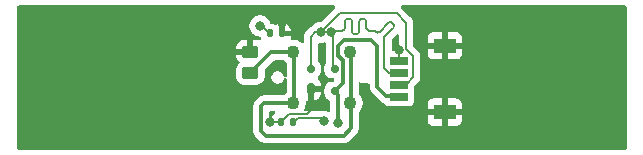
<source format=gbl>
G04 #@! TF.GenerationSoftware,KiCad,Pcbnew,9.0.6*
G04 #@! TF.CreationDate,2025-12-16T13:32:32+01:00*
G04 #@! TF.ProjectId,USB,5553422e-6b69-4636-9164-5f7063625858,rev?*
G04 #@! TF.SameCoordinates,Original*
G04 #@! TF.FileFunction,Copper,L2,Bot*
G04 #@! TF.FilePolarity,Positive*
%FSLAX46Y46*%
G04 Gerber Fmt 4.6, Leading zero omitted, Abs format (unit mm)*
G04 Created by KiCad (PCBNEW 9.0.6) date 2025-12-16 13:32:32*
%MOMM*%
%LPD*%
G01*
G04 APERTURE LIST*
G04 Aperture macros list*
%AMRoundRect*
0 Rectangle with rounded corners*
0 $1 Rounding radius*
0 $2 $3 $4 $5 $6 $7 $8 $9 X,Y pos of 4 corners*
0 Add a 4 corners polygon primitive as box body*
4,1,4,$2,$3,$4,$5,$6,$7,$8,$9,$2,$3,0*
0 Add four circle primitives for the rounded corners*
1,1,$1+$1,$2,$3*
1,1,$1+$1,$4,$5*
1,1,$1+$1,$6,$7*
1,1,$1+$1,$8,$9*
0 Add four rect primitives between the rounded corners*
20,1,$1+$1,$2,$3,$4,$5,0*
20,1,$1+$1,$4,$5,$6,$7,0*
20,1,$1+$1,$6,$7,$8,$9,0*
20,1,$1+$1,$8,$9,$2,$3,0*%
G04 Aperture macros list end*
G04 #@! TA.AperFunction,HeatsinkPad*
%ADD10C,1.100000*%
G04 #@! TD*
G04 #@! TA.AperFunction,ComponentPad*
%ADD11C,4.000000*%
G04 #@! TD*
G04 #@! TA.AperFunction,SMDPad,CuDef*
%ADD12RoundRect,0.175000X-0.175000X-0.325000X0.175000X-0.325000X0.175000X0.325000X-0.175000X0.325000X0*%
G04 #@! TD*
G04 #@! TA.AperFunction,SMDPad,CuDef*
%ADD13RoundRect,0.150000X-0.200000X-0.150000X0.200000X-0.150000X0.200000X0.150000X-0.200000X0.150000X0*%
G04 #@! TD*
G04 #@! TA.AperFunction,SMDPad,CuDef*
%ADD14RoundRect,0.135000X0.135000X0.185000X-0.135000X0.185000X-0.135000X-0.185000X0.135000X-0.185000X0*%
G04 #@! TD*
G04 #@! TA.AperFunction,SMDPad,CuDef*
%ADD15R,1.549400X0.660400*%
G04 #@! TD*
G04 #@! TA.AperFunction,SMDPad,CuDef*
%ADD16R,1.905000X1.295400*%
G04 #@! TD*
G04 #@! TA.AperFunction,SMDPad,CuDef*
%ADD17RoundRect,0.135000X-0.135000X-0.185000X0.135000X-0.185000X0.135000X0.185000X-0.135000X0.185000X0*%
G04 #@! TD*
G04 #@! TA.AperFunction,SMDPad,CuDef*
%ADD18RoundRect,0.250000X-0.450000X0.262500X-0.450000X-0.262500X0.450000X-0.262500X0.450000X0.262500X0*%
G04 #@! TD*
G04 #@! TA.AperFunction,ViaPad*
%ADD19C,0.800000*%
G04 #@! TD*
G04 #@! TA.AperFunction,Conductor*
%ADD20C,0.200000*%
G04 #@! TD*
G04 #@! TA.AperFunction,Conductor*
%ADD21C,0.300000*%
G04 #@! TD*
G04 APERTURE END LIST*
D10*
X254600000Y-115650000D03*
X254600000Y-119950000D03*
X259400000Y-115650000D03*
X259400000Y-119950000D03*
D11*
X235000000Y-117800000D03*
X279000000Y-117800000D03*
D12*
X256075000Y-118775000D03*
D13*
X256075000Y-117075000D03*
X258075000Y-117075000D03*
X258075000Y-118975000D03*
D14*
X254535000Y-121550000D03*
X253515000Y-121550000D03*
D15*
X263526500Y-116425000D03*
X263526500Y-117425000D03*
X263526500Y-118425000D03*
X263526500Y-119425000D03*
D16*
X267401500Y-120725000D03*
X267401500Y-115125000D03*
D17*
X252590000Y-114075000D03*
X253610000Y-114075000D03*
D18*
X250950000Y-115612500D03*
X250950000Y-117437500D03*
D19*
X256900000Y-113975000D03*
X257800000Y-113975000D03*
X252625000Y-121550000D03*
X263500000Y-115475000D03*
X262900000Y-121750000D03*
X253650000Y-113175000D03*
X249450000Y-119550000D03*
X265150000Y-120450000D03*
X269225000Y-117950000D03*
X266550000Y-117300000D03*
X258350000Y-121675000D03*
X257175000Y-121525000D03*
X251775000Y-113425000D03*
D20*
X264125000Y-113150000D02*
X264125000Y-115375000D01*
X256450000Y-113975000D02*
X256075000Y-114350000D01*
X264175000Y-118350000D02*
X263601500Y-118350000D01*
X256900000Y-113975000D02*
X258525000Y-112350000D01*
X256075000Y-114350000D02*
X256075000Y-117075000D01*
X263601500Y-118350000D02*
X263526500Y-118425000D01*
X258525000Y-112350000D02*
X263325000Y-112350000D01*
X264125000Y-115375000D02*
X264750000Y-116000000D01*
X256900000Y-113975000D02*
X256450000Y-113975000D01*
X263325000Y-112350000D02*
X264125000Y-113150000D01*
X264750000Y-116000000D02*
X264750000Y-117775000D01*
X264750000Y-117775000D02*
X264175000Y-118350000D01*
X260010000Y-114125000D02*
X259710000Y-114125000D01*
X259560000Y-113975000D02*
X259560000Y-113825000D01*
X258600000Y-113825000D02*
X258200000Y-113825000D01*
X262300800Y-115200000D02*
X262300800Y-114675800D01*
X257800000Y-113975000D02*
X257950000Y-114125000D01*
X259560000Y-113825000D02*
X259560000Y-113585000D01*
X259560000Y-113585000D02*
X259560000Y-113065000D01*
X259320000Y-112825000D02*
X259200000Y-112825000D01*
X258960000Y-113065000D02*
X258960000Y-113585000D01*
X260160000Y-113825000D02*
X260160000Y-113975000D01*
X262300800Y-114342045D02*
X263055990Y-113586854D01*
X261450000Y-113825000D02*
X261000000Y-113825000D01*
X258720000Y-113825000D02*
X258600000Y-113825000D01*
X260520000Y-112825000D02*
X260400000Y-112825000D01*
X257950000Y-114125000D02*
X257950000Y-116950000D01*
X261466413Y-113841413D02*
X261450000Y-113825000D01*
X260760000Y-113585000D02*
X260760000Y-113065000D01*
X262638796Y-113169661D02*
X261883605Y-113924851D01*
X257950000Y-116950000D02*
X258075000Y-117075000D01*
X261549851Y-113924851D02*
X261466413Y-113841413D01*
X260160000Y-113585000D02*
X260160000Y-113825000D01*
X263526500Y-117425000D02*
X262700000Y-117425000D01*
X257800000Y-113975000D02*
X258050000Y-113975000D01*
X263055990Y-113253100D02*
X262972551Y-113169661D01*
X258050000Y-113975000D02*
X258200000Y-113825000D01*
X262300800Y-117025800D02*
X262300800Y-115200000D01*
X262700000Y-117425000D02*
X262300800Y-117025800D01*
X260160000Y-113065000D02*
X260160000Y-113585000D01*
X259200000Y-112825000D02*
G75*
G03*
X258960000Y-113065000I0J-240000D01*
G01*
X260760000Y-113065000D02*
G75*
G03*
X260520000Y-112825000I-240000J0D01*
G01*
X261000000Y-113825000D02*
G75*
G02*
X260760000Y-113585000I0J240000D01*
G01*
X259560000Y-113065000D02*
G75*
G03*
X259320000Y-112825000I-240000J0D01*
G01*
X260160000Y-113975000D02*
G75*
G02*
X260010000Y-114125000I-150000J0D01*
G01*
X260400000Y-112825000D02*
G75*
G03*
X260160000Y-113065000I0J-240000D01*
G01*
X261883605Y-113924851D02*
G75*
G02*
X261549851Y-113924851I-166877J166876D01*
G01*
X259710000Y-114125000D02*
G75*
G02*
X259560000Y-113975000I0J150000D01*
G01*
X263055990Y-113586854D02*
G75*
G03*
X263055967Y-113253123I-166890J166854D01*
G01*
X262300800Y-114675800D02*
G75*
G02*
X262300777Y-114342023I166900J166900D01*
G01*
X258960000Y-113585000D02*
G75*
G02*
X258720000Y-113825000I-240000J0D01*
G01*
X262972551Y-113169661D02*
G75*
G03*
X262638797Y-113169661I-166877J-166877D01*
G01*
X263500000Y-115475000D02*
X263500000Y-116398500D01*
X256075000Y-120525000D02*
X256075000Y-118775000D01*
X255725000Y-120875000D02*
X256075000Y-120525000D01*
X263500000Y-116398500D02*
X263526500Y-116425000D01*
X253515000Y-121550000D02*
X254190000Y-120875000D01*
X254190000Y-120875000D02*
X255725000Y-120875000D01*
X252625000Y-121550000D02*
X253515000Y-121550000D01*
D21*
X258400000Y-115949207D02*
X258400000Y-115100000D01*
X258776000Y-118274000D02*
X258776000Y-116325207D01*
X258075000Y-118975000D02*
X258350000Y-119250000D01*
X258350000Y-119250000D02*
X258350000Y-121675000D01*
X258776000Y-116325207D02*
X258400000Y-115949207D01*
X258075000Y-118975000D02*
X258776000Y-118274000D01*
X263451500Y-119350000D02*
X263526500Y-119425000D01*
X258400000Y-115100000D02*
X258887922Y-114612078D01*
X261700000Y-115125000D02*
X261700000Y-118580400D01*
X261187078Y-114612078D02*
X261700000Y-115125000D01*
X261700000Y-118580400D02*
X262469600Y-119350000D01*
X258887922Y-114612078D02*
X261187078Y-114612078D01*
X262469600Y-119350000D02*
X263451500Y-119350000D01*
D20*
X255000000Y-121225000D02*
X254675000Y-121550000D01*
X254675000Y-121550000D02*
X254535000Y-121550000D01*
X256825000Y-121225000D02*
X255000000Y-121225000D01*
X257175000Y-121525000D02*
X257125000Y-121525000D01*
X257125000Y-121525000D02*
X256825000Y-121225000D01*
X252550000Y-114025000D02*
X252550000Y-114035000D01*
X251775000Y-113425000D02*
X251950000Y-113425000D01*
X252550000Y-114035000D02*
X252590000Y-114075000D01*
X251950000Y-113425000D02*
X252550000Y-114025000D01*
D21*
X252100000Y-119975000D02*
X254665000Y-119975000D01*
X259465000Y-122110000D02*
X258850000Y-122725000D01*
X251850000Y-120225000D02*
X252100000Y-119975000D01*
X258850000Y-122725000D02*
X252275000Y-122725000D01*
X254665000Y-115675000D02*
X252712500Y-115675000D01*
X252275000Y-122725000D02*
X251850000Y-122300000D01*
X251850000Y-122300000D02*
X251850000Y-120225000D01*
X259465000Y-119975000D02*
X259465000Y-115675000D01*
X254665000Y-119975000D02*
X254665000Y-115675000D01*
X259465000Y-119975000D02*
X259465000Y-122110000D01*
X252712500Y-115675000D02*
X250950000Y-117437500D01*
G04 #@! TA.AperFunction,Conductor*
G36*
X258092941Y-111720185D02*
G01*
X258138696Y-111772989D01*
X258148640Y-111842147D01*
X258119615Y-111905703D01*
X258113583Y-111912181D01*
X258044480Y-111981284D01*
X258044478Y-111981286D01*
X257501265Y-112524500D01*
X256987584Y-113038181D01*
X256926261Y-113071666D01*
X256899903Y-113074500D01*
X256811306Y-113074500D01*
X256637341Y-113109103D01*
X256637332Y-113109106D01*
X256473459Y-113176983D01*
X256473446Y-113176990D01*
X256325966Y-113275534D01*
X256200535Y-113400966D01*
X256200531Y-113400971D01*
X256189763Y-113417086D01*
X256148664Y-113455578D01*
X256081287Y-113494477D01*
X256081282Y-113494481D01*
X255594481Y-113981282D01*
X255594479Y-113981285D01*
X255550891Y-114056784D01*
X255550889Y-114056786D01*
X255515425Y-114118209D01*
X255515423Y-114118212D01*
X255499066Y-114179259D01*
X255474499Y-114270943D01*
X255474499Y-114270945D01*
X255474499Y-114439046D01*
X255474500Y-114439059D01*
X255474500Y-114739958D01*
X255454815Y-114806997D01*
X255402011Y-114852752D01*
X255332853Y-114862696D01*
X255274887Y-114837158D01*
X255274721Y-114837408D01*
X255273301Y-114836459D01*
X255271841Y-114835816D01*
X255269660Y-114834026D01*
X255155393Y-114757676D01*
X255097598Y-114719059D01*
X255081338Y-114712324D01*
X254906420Y-114639870D01*
X254906412Y-114639868D01*
X254703469Y-114599500D01*
X254703465Y-114599500D01*
X254496535Y-114599500D01*
X254496534Y-114599500D01*
X254496523Y-114599501D01*
X254496242Y-114599557D01*
X254496091Y-114599543D01*
X254490472Y-114600097D01*
X254490366Y-114599030D01*
X254426651Y-114593321D01*
X254371479Y-114550451D01*
X254348243Y-114484559D01*
X254352990Y-114443342D01*
X254377166Y-114360128D01*
X254377167Y-114360122D01*
X254379931Y-114325000D01*
X253734000Y-114325000D01*
X253666961Y-114305315D01*
X253621206Y-114252511D01*
X253610000Y-114201000D01*
X253610000Y-114075000D01*
X253484499Y-114075000D01*
X253476032Y-114072513D01*
X253467301Y-114073802D01*
X253443021Y-114062820D01*
X253417460Y-114055315D01*
X253411681Y-114048645D01*
X253403640Y-114045009D01*
X253389151Y-114022644D01*
X253371705Y-114002511D01*
X253369449Y-113992235D01*
X253365650Y-113986370D01*
X253360693Y-113952335D01*
X253360500Y-113951454D01*
X253360499Y-113951249D01*
X253360499Y-113825820D01*
X253360017Y-113819705D01*
X253360001Y-113815061D01*
X253360015Y-113815009D01*
X253360000Y-113814607D01*
X253360000Y-113262154D01*
X253860000Y-113262154D01*
X253860000Y-113825000D01*
X254379931Y-113825000D01*
X254377167Y-113789877D01*
X254377166Y-113789871D01*
X254332407Y-113635811D01*
X254332406Y-113635808D01*
X254250738Y-113497714D01*
X254250731Y-113497705D01*
X254137294Y-113384268D01*
X254137285Y-113384261D01*
X253999191Y-113302593D01*
X253999188Y-113302591D01*
X253860001Y-113262153D01*
X253860000Y-113262154D01*
X253360000Y-113262154D01*
X253359998Y-113262153D01*
X253220811Y-113302591D01*
X253220810Y-113302592D01*
X253163611Y-113336419D01*
X253095886Y-113353600D01*
X253037371Y-113336419D01*
X252980174Y-113302593D01*
X252979393Y-113302131D01*
X252979392Y-113302130D01*
X252979391Y-113302130D01*
X252979388Y-113302129D01*
X252825208Y-113257335D01*
X252825202Y-113257334D01*
X252789188Y-113254500D01*
X252789181Y-113254500D01*
X252760817Y-113254500D01*
X252693778Y-113234815D01*
X252648023Y-113182011D01*
X252642158Y-113166501D01*
X252640893Y-113162332D01*
X252573016Y-112998459D01*
X252573009Y-112998446D01*
X252474464Y-112850964D01*
X252349038Y-112725538D01*
X252349034Y-112725535D01*
X252201553Y-112626990D01*
X252201540Y-112626983D01*
X252037667Y-112559106D01*
X252037658Y-112559103D01*
X251863694Y-112524500D01*
X251863691Y-112524500D01*
X251686309Y-112524500D01*
X251686306Y-112524500D01*
X251512341Y-112559103D01*
X251512332Y-112559106D01*
X251348459Y-112626983D01*
X251348446Y-112626990D01*
X251200965Y-112725535D01*
X251200961Y-112725538D01*
X251075538Y-112850961D01*
X251075536Y-112850964D01*
X250976990Y-112998446D01*
X250976983Y-112998459D01*
X250909106Y-113162332D01*
X250909103Y-113162341D01*
X250874500Y-113336304D01*
X250874500Y-113513695D01*
X250909103Y-113687658D01*
X250909106Y-113687667D01*
X250976983Y-113851540D01*
X250976990Y-113851553D01*
X251075535Y-113999034D01*
X251075538Y-113999038D01*
X251200961Y-114124461D01*
X251200965Y-114124464D01*
X251348446Y-114223009D01*
X251348459Y-114223016D01*
X251464172Y-114270945D01*
X251512334Y-114290894D01*
X251512336Y-114290894D01*
X251512341Y-114290896D01*
X251686304Y-114325499D01*
X251686307Y-114325500D01*
X251686309Y-114325500D01*
X251719151Y-114325500D01*
X251744670Y-114332993D01*
X251770985Y-114336854D01*
X251777675Y-114342684D01*
X251786190Y-114345185D01*
X251803606Y-114365284D01*
X251823658Y-114382760D01*
X251829041Y-114394638D01*
X251831945Y-114397989D01*
X251838225Y-114414898D01*
X251846489Y-114443342D01*
X251865720Y-114509537D01*
X251865520Y-114579406D01*
X251827577Y-114638076D01*
X251763938Y-114666919D01*
X251707639Y-114661837D01*
X251552697Y-114610494D01*
X251552690Y-114610493D01*
X251449986Y-114600000D01*
X251200000Y-114600000D01*
X251200000Y-115488500D01*
X251180315Y-115555539D01*
X251127511Y-115601294D01*
X251076000Y-115612500D01*
X250950000Y-115612500D01*
X250950000Y-115738500D01*
X250930315Y-115805539D01*
X250877511Y-115851294D01*
X250826000Y-115862500D01*
X249750001Y-115862500D01*
X249750001Y-115924986D01*
X249760494Y-116027697D01*
X249815641Y-116194119D01*
X249815643Y-116194124D01*
X249907684Y-116343345D01*
X250001304Y-116436965D01*
X250034789Y-116498288D01*
X250029805Y-116567980D01*
X250001305Y-116612327D01*
X249907287Y-116706345D01*
X249815187Y-116855663D01*
X249815185Y-116855668D01*
X249787349Y-116939670D01*
X249760001Y-117022203D01*
X249760001Y-117022204D01*
X249760000Y-117022204D01*
X249749500Y-117124983D01*
X249749500Y-117750001D01*
X249749501Y-117750019D01*
X249760000Y-117852796D01*
X249760001Y-117852799D01*
X249798807Y-117969906D01*
X249815186Y-118019334D01*
X249907288Y-118168656D01*
X250031344Y-118292712D01*
X250180666Y-118384814D01*
X250347203Y-118439999D01*
X250449991Y-118450500D01*
X251450008Y-118450499D01*
X251450016Y-118450498D01*
X251450019Y-118450498D01*
X251506302Y-118444748D01*
X251552797Y-118439999D01*
X251719334Y-118384814D01*
X251868656Y-118292712D01*
X251992712Y-118168656D01*
X252084814Y-118019334D01*
X252139999Y-117852797D01*
X252150500Y-117750009D01*
X252150499Y-117208306D01*
X252170183Y-117141268D01*
X252186813Y-117120631D01*
X252945627Y-116361819D01*
X253006950Y-116328334D01*
X253033308Y-116325500D01*
X253738506Y-116325500D01*
X253765387Y-116333393D01*
X253793013Y-116338122D01*
X253801055Y-116343866D01*
X253805545Y-116345185D01*
X253822184Y-116357990D01*
X253824217Y-116359849D01*
X253930345Y-116465977D01*
X253967229Y-116490622D01*
X253974178Y-116496976D01*
X253987590Y-116519127D01*
X254004195Y-116538995D01*
X254006592Y-116550507D01*
X254010368Y-116556743D01*
X254010086Y-116567287D01*
X254014500Y-116588486D01*
X254014500Y-117661585D01*
X253994815Y-117728624D01*
X253942011Y-117774379D01*
X253872853Y-117784323D01*
X253809297Y-117755298D01*
X253771523Y-117696520D01*
X253770725Y-117693678D01*
X253752824Y-117626870D01*
X253744348Y-117595235D01*
X253674506Y-117474265D01*
X253575735Y-117375494D01*
X253454765Y-117305652D01*
X253319842Y-117269500D01*
X253180158Y-117269500D01*
X253045235Y-117305652D01*
X253045232Y-117305653D01*
X252924263Y-117375495D01*
X252825495Y-117474263D01*
X252755653Y-117595232D01*
X252755652Y-117595235D01*
X252719500Y-117730158D01*
X252719500Y-117869842D01*
X252755596Y-118004554D01*
X252755652Y-118004764D01*
X252755653Y-118004767D01*
X252770601Y-118030657D01*
X252825494Y-118125735D01*
X252924265Y-118224506D01*
X253045235Y-118294348D01*
X253180158Y-118330500D01*
X253180160Y-118330500D01*
X253319840Y-118330500D01*
X253319842Y-118330500D01*
X253454765Y-118294348D01*
X253575735Y-118224506D01*
X253674506Y-118125735D01*
X253744348Y-118004765D01*
X253770726Y-117906319D01*
X253807090Y-117846661D01*
X253869936Y-117816131D01*
X253939312Y-117824425D01*
X253993190Y-117868910D01*
X254014465Y-117935462D01*
X254014500Y-117938414D01*
X254014500Y-119011512D01*
X253994815Y-119078551D01*
X253959392Y-119114613D01*
X253930347Y-119134020D01*
X253930341Y-119134025D01*
X253779715Y-119284652D01*
X253778588Y-119283525D01*
X253727249Y-119318498D01*
X253689138Y-119324500D01*
X252035929Y-119324500D01*
X251910261Y-119349497D01*
X251910255Y-119349499D01*
X251791870Y-119398535D01*
X251685331Y-119469722D01*
X251685324Y-119469728D01*
X251344727Y-119810325D01*
X251344721Y-119810332D01*
X251284474Y-119900498D01*
X251284475Y-119900499D01*
X251273535Y-119916871D01*
X251224499Y-120035255D01*
X251224497Y-120035261D01*
X251199500Y-120160928D01*
X251199500Y-122364070D01*
X251211720Y-122425499D01*
X251211720Y-122425501D01*
X251224497Y-122489736D01*
X251224499Y-122489744D01*
X251273534Y-122608125D01*
X251344726Y-122714673D01*
X251860326Y-123230273D01*
X251860329Y-123230275D01*
X251860331Y-123230277D01*
X251966873Y-123301465D01*
X252085256Y-123350501D01*
X252085260Y-123350501D01*
X252085261Y-123350502D01*
X252210928Y-123375500D01*
X252210931Y-123375500D01*
X258914071Y-123375500D01*
X258998615Y-123358682D01*
X259039744Y-123350501D01*
X259158127Y-123301465D01*
X259264669Y-123230277D01*
X259970276Y-122524670D01*
X260036539Y-122425500D01*
X260041464Y-122418129D01*
X260063856Y-122364070D01*
X260090501Y-122299744D01*
X260115500Y-122174069D01*
X260115500Y-121420544D01*
X265949000Y-121420544D01*
X265955401Y-121480072D01*
X265955403Y-121480079D01*
X266005645Y-121614786D01*
X266005649Y-121614793D01*
X266091809Y-121729887D01*
X266091812Y-121729890D01*
X266206906Y-121816050D01*
X266206913Y-121816054D01*
X266341620Y-121866296D01*
X266341627Y-121866298D01*
X266401155Y-121872699D01*
X266401172Y-121872700D01*
X267151500Y-121872700D01*
X267651500Y-121872700D01*
X268401828Y-121872700D01*
X268401844Y-121872699D01*
X268461372Y-121866298D01*
X268461379Y-121866296D01*
X268596086Y-121816054D01*
X268596093Y-121816050D01*
X268711187Y-121729890D01*
X268711190Y-121729887D01*
X268797350Y-121614793D01*
X268797354Y-121614786D01*
X268847596Y-121480079D01*
X268847598Y-121480072D01*
X268853999Y-121420544D01*
X268854000Y-121420527D01*
X268854000Y-120975000D01*
X267651500Y-120975000D01*
X267651500Y-121872700D01*
X267151500Y-121872700D01*
X267151500Y-120975000D01*
X265949000Y-120975000D01*
X265949000Y-121420544D01*
X260115500Y-121420544D01*
X260115500Y-120771494D01*
X260135185Y-120704455D01*
X260151814Y-120683817D01*
X260215977Y-120619655D01*
X260330941Y-120447598D01*
X260410130Y-120256420D01*
X260450500Y-120053465D01*
X260450500Y-119846535D01*
X260410130Y-119643580D01*
X260330941Y-119452402D01*
X260215977Y-119280345D01*
X260215975Y-119280342D01*
X260151819Y-119216186D01*
X260118334Y-119154863D01*
X260115500Y-119128505D01*
X260115500Y-118336070D01*
X260135185Y-118269031D01*
X260187989Y-118223276D01*
X260257147Y-118213332D01*
X260301501Y-118228684D01*
X260350668Y-118257071D01*
X260350670Y-118257072D01*
X260350671Y-118257072D01*
X260350674Y-118257074D01*
X260475424Y-118290500D01*
X260475426Y-118290500D01*
X260925500Y-118290500D01*
X260992539Y-118310185D01*
X261038294Y-118362989D01*
X261049500Y-118414500D01*
X261049500Y-118644471D01*
X261067956Y-118737251D01*
X261067956Y-118737252D01*
X261074497Y-118770137D01*
X261074498Y-118770141D01*
X261074499Y-118770144D01*
X261081152Y-118786206D01*
X261112832Y-118862689D01*
X261123535Y-118888527D01*
X261194723Y-118995069D01*
X261194726Y-118995073D01*
X262054926Y-119855273D01*
X262054929Y-119855275D01*
X262054931Y-119855277D01*
X262161473Y-119926465D01*
X262265323Y-119969481D01*
X262317136Y-120009731D01*
X262394252Y-120112744D01*
X262394255Y-120112747D01*
X262509464Y-120198993D01*
X262509471Y-120198997D01*
X262644317Y-120249291D01*
X262644316Y-120249291D01*
X262651244Y-120250035D01*
X262703927Y-120255700D01*
X264349072Y-120255699D01*
X264408683Y-120249291D01*
X264543531Y-120198996D01*
X264658746Y-120112746D01*
X264721098Y-120029455D01*
X265949000Y-120029455D01*
X265949000Y-120475000D01*
X267151500Y-120475000D01*
X267651500Y-120475000D01*
X268854000Y-120475000D01*
X268854000Y-120029472D01*
X268853999Y-120029455D01*
X268847598Y-119969927D01*
X268847596Y-119969920D01*
X268797354Y-119835213D01*
X268797350Y-119835206D01*
X268711190Y-119720112D01*
X268711187Y-119720109D01*
X268596093Y-119633949D01*
X268596086Y-119633945D01*
X268461379Y-119583703D01*
X268461372Y-119583701D01*
X268401844Y-119577300D01*
X267651500Y-119577300D01*
X267651500Y-120475000D01*
X267151500Y-120475000D01*
X267151500Y-119577300D01*
X266401155Y-119577300D01*
X266341627Y-119583701D01*
X266341620Y-119583703D01*
X266206913Y-119633945D01*
X266206906Y-119633949D01*
X266091812Y-119720109D01*
X266091809Y-119720112D01*
X266005649Y-119835206D01*
X266005645Y-119835213D01*
X265955403Y-119969920D01*
X265955401Y-119969927D01*
X265949000Y-120029455D01*
X264721098Y-120029455D01*
X264744996Y-119997531D01*
X264795291Y-119862683D01*
X264801700Y-119803073D01*
X264801699Y-119046928D01*
X264795291Y-118987317D01*
X264788210Y-118968334D01*
X264783225Y-118898644D01*
X264788212Y-118881663D01*
X264795289Y-118862689D01*
X264795289Y-118862688D01*
X264795288Y-118862688D01*
X264795291Y-118862683D01*
X264801700Y-118803073D01*
X264801699Y-118623896D01*
X264821383Y-118556857D01*
X264838008Y-118536225D01*
X265230520Y-118143716D01*
X265309577Y-118006785D01*
X265350501Y-117854057D01*
X265350501Y-117695942D01*
X265350501Y-117688347D01*
X265350500Y-117688329D01*
X265350500Y-115920942D01*
X265344374Y-115898082D01*
X265339534Y-115880019D01*
X265323598Y-115820544D01*
X265949000Y-115820544D01*
X265955401Y-115880072D01*
X265955403Y-115880079D01*
X266005645Y-116014786D01*
X266005649Y-116014793D01*
X266091809Y-116129887D01*
X266091812Y-116129890D01*
X266206906Y-116216050D01*
X266206913Y-116216054D01*
X266341620Y-116266296D01*
X266341627Y-116266298D01*
X266401155Y-116272699D01*
X266401172Y-116272700D01*
X267151500Y-116272700D01*
X267651500Y-116272700D01*
X268401828Y-116272700D01*
X268401844Y-116272699D01*
X268461372Y-116266298D01*
X268461379Y-116266296D01*
X268596086Y-116216054D01*
X268596093Y-116216050D01*
X268711187Y-116129890D01*
X268711190Y-116129887D01*
X268797350Y-116014793D01*
X268797354Y-116014786D01*
X268847596Y-115880079D01*
X268847598Y-115880072D01*
X268853999Y-115820544D01*
X268854000Y-115820527D01*
X268854000Y-115375000D01*
X267651500Y-115375000D01*
X267651500Y-116272700D01*
X267151500Y-116272700D01*
X267151500Y-115375000D01*
X265949000Y-115375000D01*
X265949000Y-115820544D01*
X265323598Y-115820544D01*
X265309577Y-115768216D01*
X265245312Y-115656904D01*
X265230524Y-115631290D01*
X265230521Y-115631286D01*
X265230520Y-115631284D01*
X265118716Y-115519480D01*
X265118715Y-115519479D01*
X265114385Y-115515149D01*
X265114374Y-115515139D01*
X264761819Y-115162584D01*
X264728334Y-115101261D01*
X264725500Y-115074903D01*
X264725500Y-114429455D01*
X265949000Y-114429455D01*
X265949000Y-114875000D01*
X267151500Y-114875000D01*
X267651500Y-114875000D01*
X268854000Y-114875000D01*
X268854000Y-114429472D01*
X268853999Y-114429455D01*
X268847598Y-114369927D01*
X268847596Y-114369920D01*
X268797354Y-114235213D01*
X268797350Y-114235206D01*
X268711190Y-114120112D01*
X268711187Y-114120109D01*
X268596093Y-114033949D01*
X268596086Y-114033945D01*
X268461379Y-113983703D01*
X268461372Y-113983701D01*
X268401844Y-113977300D01*
X267651500Y-113977300D01*
X267651500Y-114875000D01*
X267151500Y-114875000D01*
X267151500Y-113977300D01*
X266401155Y-113977300D01*
X266341627Y-113983701D01*
X266341620Y-113983703D01*
X266206913Y-114033945D01*
X266206906Y-114033949D01*
X266091812Y-114120109D01*
X266091809Y-114120112D01*
X266005649Y-114235206D01*
X266005645Y-114235213D01*
X265955403Y-114369920D01*
X265955401Y-114369927D01*
X265949000Y-114429455D01*
X264725500Y-114429455D01*
X264725500Y-113239059D01*
X264725501Y-113239046D01*
X264725501Y-113070945D01*
X264725501Y-113070943D01*
X264684577Y-112918215D01*
X264645750Y-112850965D01*
X264605520Y-112781284D01*
X264493716Y-112669480D01*
X264493715Y-112669479D01*
X264489385Y-112665149D01*
X264489374Y-112665139D01*
X263812590Y-111988355D01*
X263805521Y-111981286D01*
X263805520Y-111981284D01*
X263736414Y-111912178D01*
X263714758Y-111872515D01*
X263702932Y-111850858D01*
X263707916Y-111781166D01*
X263731862Y-111749178D01*
X263749788Y-111725232D01*
X263797468Y-111707448D01*
X263815252Y-111700816D01*
X263824098Y-111700500D01*
X282675500Y-111700500D01*
X282742539Y-111720185D01*
X282788294Y-111772989D01*
X282799500Y-111824500D01*
X282799500Y-123775500D01*
X282779815Y-123842539D01*
X282727011Y-123888294D01*
X282675500Y-123899500D01*
X231324500Y-123899500D01*
X231257461Y-123879815D01*
X231211706Y-123827011D01*
X231200500Y-123775500D01*
X231200500Y-115300013D01*
X249750000Y-115300013D01*
X249750000Y-115362500D01*
X250700000Y-115362500D01*
X250700000Y-114600000D01*
X250450029Y-114600000D01*
X250450012Y-114600001D01*
X250347302Y-114610494D01*
X250180880Y-114665641D01*
X250180875Y-114665643D01*
X250031654Y-114757684D01*
X249907684Y-114881654D01*
X249815643Y-115030875D01*
X249815641Y-115030880D01*
X249760494Y-115197302D01*
X249760493Y-115197309D01*
X249750000Y-115300013D01*
X231200500Y-115300013D01*
X231200500Y-111824500D01*
X231220185Y-111757461D01*
X231272989Y-111711706D01*
X231324500Y-111700500D01*
X258025902Y-111700500D01*
X258092941Y-111720185D01*
G37*
G04 #@! TD.AperFunction*
G04 #@! TA.AperFunction,Conductor*
G36*
X252996755Y-120645185D02*
G01*
X253042510Y-120697989D01*
X253052454Y-120767147D01*
X253023429Y-120830703D01*
X252992839Y-120856231D01*
X252987713Y-120859262D01*
X252987705Y-120859268D01*
X252874268Y-120972705D01*
X252874261Y-120972714D01*
X252792593Y-121110808D01*
X252792592Y-121110811D01*
X252747833Y-121264870D01*
X252746694Y-121271111D01*
X252744512Y-121270712D01*
X252723232Y-121326542D01*
X252667001Y-121368012D01*
X252597275Y-121372497D01*
X252536193Y-121338574D01*
X252503148Y-121277013D01*
X252500500Y-121251523D01*
X252500500Y-120749500D01*
X252520185Y-120682461D01*
X252572989Y-120636706D01*
X252624500Y-120625500D01*
X252929716Y-120625500D01*
X252996755Y-120645185D01*
G37*
G04 #@! TD.AperFunction*
G04 #@! TA.AperFunction,Conductor*
G36*
X257309994Y-114858327D02*
G01*
X257345648Y-114918415D01*
X257349500Y-114949083D01*
X257349500Y-116501756D01*
X257332233Y-116564876D01*
X257273254Y-116664605D01*
X257273254Y-116664606D01*
X257227402Y-116822426D01*
X257227401Y-116822432D01*
X257224500Y-116859298D01*
X257224500Y-117290701D01*
X257227401Y-117327567D01*
X257227402Y-117327573D01*
X257273254Y-117485393D01*
X257273255Y-117485396D01*
X257356917Y-117626862D01*
X257356923Y-117626870D01*
X257473129Y-117743076D01*
X257473133Y-117743079D01*
X257473135Y-117743081D01*
X257614602Y-117826744D01*
X257656224Y-117838836D01*
X257772426Y-117872597D01*
X257772429Y-117872597D01*
X257772431Y-117872598D01*
X257809306Y-117875500D01*
X257955192Y-117875500D01*
X257976437Y-117881738D01*
X257998526Y-117883318D01*
X258009309Y-117891390D01*
X258022231Y-117895185D01*
X258036730Y-117911918D01*
X258054459Y-117925190D01*
X258059166Y-117937810D01*
X258067986Y-117947989D01*
X258071137Y-117969906D01*
X258078876Y-117990654D01*
X258076013Y-118003814D01*
X258077930Y-118017147D01*
X258068730Y-118037290D01*
X258064024Y-118058927D01*
X258050755Y-118076652D01*
X258048905Y-118080703D01*
X258042873Y-118087181D01*
X257991873Y-118138181D01*
X257930550Y-118171666D01*
X257904192Y-118174500D01*
X257809298Y-118174500D01*
X257772432Y-118177401D01*
X257772426Y-118177402D01*
X257614606Y-118223254D01*
X257614603Y-118223255D01*
X257473137Y-118306917D01*
X257473129Y-118306923D01*
X257356923Y-118423129D01*
X257356917Y-118423137D01*
X257273255Y-118564603D01*
X257273254Y-118564606D01*
X257227402Y-118722426D01*
X257227401Y-118722432D01*
X257224500Y-118759298D01*
X257224500Y-119190701D01*
X257227401Y-119227567D01*
X257227402Y-119227573D01*
X257273254Y-119385393D01*
X257273255Y-119385396D01*
X257356917Y-119526862D01*
X257356923Y-119526870D01*
X257473129Y-119643076D01*
X257473133Y-119643079D01*
X257473135Y-119643081D01*
X257473137Y-119643082D01*
X257614600Y-119726743D01*
X257621764Y-119729843D01*
X257620729Y-119732233D01*
X257668957Y-119763013D01*
X257698182Y-119826477D01*
X257699500Y-119844510D01*
X257699500Y-120581982D01*
X257679815Y-120649021D01*
X257627011Y-120694776D01*
X257557853Y-120704720D01*
X257528048Y-120696543D01*
X257437667Y-120659106D01*
X257437658Y-120659103D01*
X257263694Y-120624500D01*
X257263691Y-120624500D01*
X257086309Y-120624500D01*
X257086305Y-120624500D01*
X257010067Y-120639665D01*
X256977108Y-120641738D01*
X256965258Y-120640897D01*
X256904057Y-120624499D01*
X256745943Y-120624499D01*
X256745939Y-120624500D01*
X255643245Y-120624500D01*
X255576206Y-120604815D01*
X255530451Y-120552011D01*
X255520507Y-120482853D01*
X255528684Y-120453047D01*
X255533537Y-120441329D01*
X255610130Y-120256420D01*
X255650500Y-120053465D01*
X255650500Y-119893064D01*
X255670185Y-119826025D01*
X255722989Y-119780270D01*
X255785721Y-119769573D01*
X255825000Y-119773142D01*
X255825000Y-119773141D01*
X256325000Y-119773141D01*
X256372561Y-119768821D01*
X256372570Y-119768819D01*
X256529060Y-119720055D01*
X256529064Y-119720053D01*
X256669337Y-119635256D01*
X256669342Y-119635252D01*
X256785252Y-119519342D01*
X256785256Y-119519337D01*
X256870052Y-119379065D01*
X256918820Y-119222562D01*
X256925000Y-119154556D01*
X256925000Y-119025000D01*
X256325000Y-119025000D01*
X256325000Y-119773141D01*
X255825000Y-119773141D01*
X255825000Y-118899000D01*
X255844685Y-118831961D01*
X255897489Y-118786206D01*
X255949000Y-118775000D01*
X256075000Y-118775000D01*
X256075000Y-118649000D01*
X256094685Y-118581961D01*
X256147489Y-118536206D01*
X256199000Y-118525000D01*
X256924999Y-118525000D01*
X256924999Y-118395433D01*
X256918821Y-118327438D01*
X256918818Y-118327427D01*
X256870055Y-118170939D01*
X256870053Y-118170935D01*
X256785256Y-118030662D01*
X256785252Y-118030657D01*
X256674952Y-117920357D01*
X256641467Y-117859034D01*
X256646451Y-117789342D01*
X256674952Y-117744995D01*
X256793076Y-117626870D01*
X256793081Y-117626865D01*
X256876744Y-117485398D01*
X256922598Y-117327569D01*
X256925500Y-117290694D01*
X256925500Y-116859306D01*
X256922598Y-116822431D01*
X256876744Y-116664602D01*
X256793081Y-116523135D01*
X256793079Y-116523133D01*
X256793076Y-116523129D01*
X256711819Y-116441872D01*
X256678334Y-116380549D01*
X256675500Y-116354191D01*
X256675500Y-114998937D01*
X256695185Y-114931898D01*
X256747989Y-114886143D01*
X256805217Y-114876606D01*
X256805217Y-114875500D01*
X256988693Y-114875500D01*
X256988694Y-114875499D01*
X257075025Y-114858327D01*
X257162658Y-114840896D01*
X257162661Y-114840894D01*
X257162666Y-114840894D01*
X257178047Y-114834522D01*
X257247515Y-114827053D01*
X257309994Y-114858327D01*
G37*
G04 #@! TD.AperFunction*
G04 #@! TA.AperFunction,Conductor*
G36*
X263443834Y-114150758D02*
G01*
X263499767Y-114192630D01*
X263524184Y-114258094D01*
X263524500Y-114266940D01*
X263524500Y-115295939D01*
X263524499Y-115295943D01*
X263524499Y-115454057D01*
X263525556Y-115458002D01*
X263525631Y-115470030D01*
X263518044Y-115496474D01*
X263513805Y-115523652D01*
X263508547Y-115529575D01*
X263506363Y-115537190D01*
X263485683Y-115555334D01*
X263467424Y-115575907D01*
X263459714Y-115578120D01*
X263453844Y-115583272D01*
X263428557Y-115587068D01*
X263401633Y-115594800D01*
X263025300Y-115594800D01*
X262958261Y-115575115D01*
X262912506Y-115522311D01*
X262901300Y-115470800D01*
X262901300Y-114741633D01*
X262903331Y-114719281D01*
X262903372Y-114719058D01*
X262904606Y-114712324D01*
X262901526Y-114661399D01*
X262901300Y-114653913D01*
X262901300Y-114642140D01*
X262920985Y-114575101D01*
X262937619Y-114554459D01*
X263312819Y-114179259D01*
X263374142Y-114145774D01*
X263443834Y-114150758D01*
G37*
G04 #@! TD.AperFunction*
M02*

</source>
